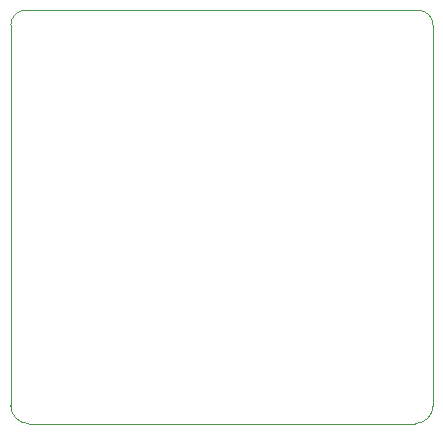
<source format=gbr>
%TF.GenerationSoftware,Altium Limited,Altium Designer,24.4.1 (13)*%
G04 Layer_Color=0*
%FSLAX45Y45*%
%MOMM*%
%TF.SameCoordinates,9860FC65-6E59-49BE-95FE-00A45DA03842*%
%TF.FilePolarity,Positive*%
%TF.FileFunction,Profile,NP*%
%TF.Part,Single*%
G01*
G75*
%TA.AperFunction,Profile*%
%ADD80C,0.02540*%
D80*
X-37500Y102000D02*
Y3323000D01*
D02*
G02*
X89500Y3450000I127000J0D01*
G01*
X3410500D01*
D02*
G02*
X3537500Y3323000I0J-127000D01*
G01*
X3537500Y100000D01*
D02*
G02*
X3387500Y-50000I-150000J-0D01*
G01*
X114500D01*
D02*
G02*
X-37500Y102000I0J152000D01*
G01*
%TF.MD5,7423c72746e1b3dcd9646e55ceed60b7*%
M02*

</source>
